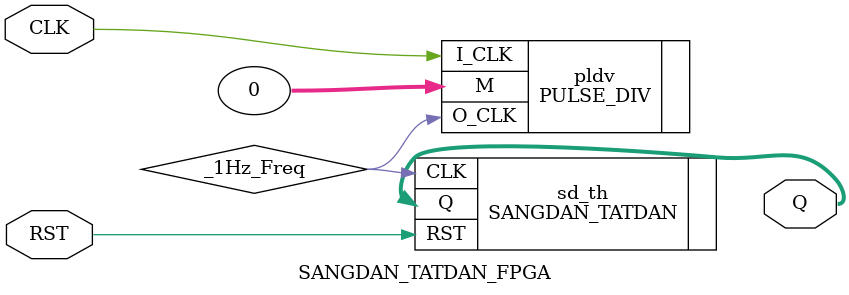
<source format=v>
`timescale 1ns/1ps
`include "SANG_DAN_TAT_DAN.v"
`include "PULSE_DIV.v"

module SANGDAN_TATDAN_FPGA(
    input CLK,
    input RST,
    output [7:0] Q
);
    wire _1Hz_Freq;
    PULSE_DIV pldv(
        .I_CLK(CLK),
        .O_CLK(_1Hz_Freq),
        .M(0)
    );
    SANGDAN_TATDAN sd_th(
        .CLK(_1Hz_Freq),
        .RST(RST),
        .Q(Q)
    );

endmodule
</source>
